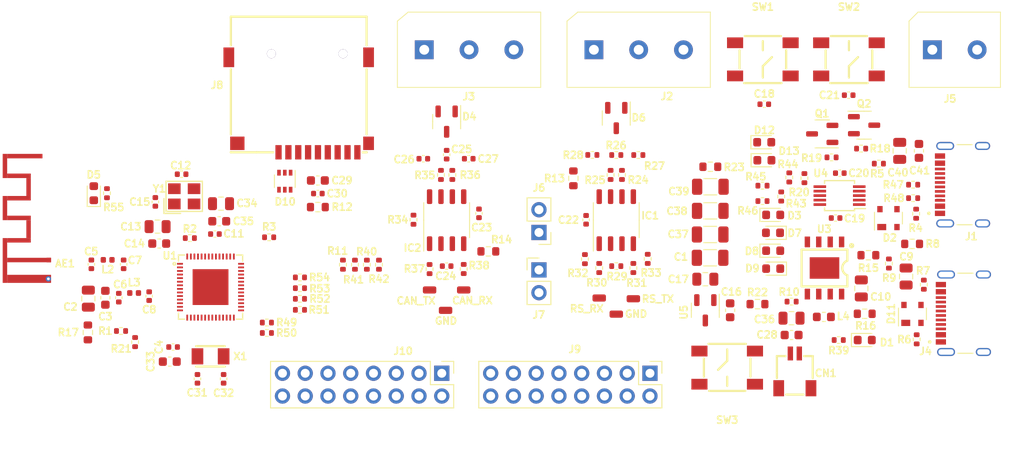
<source format=kicad_pcb>
(kicad_pcb (version 20221018) (generator pcbnew)
  (layers (0 "F.Cu" signal) (31 "B.Cu" signal) (34 "B.Paste" user) (35 "F.Paste" user) (36 "B.SilkS" user "B.Silkscreen") (37 "F.SilkS" user "F.Silkscreen") (38 "B.Mask" user) (39 "F.Mask" user) (44 "Edge.Cuts" user))
  (net 0 "")
  (net 1 "Net-(AE1-A)")
  (net 2 "Net-(C2-Pad1)")
  (net 3 "GND")
  (net 4 "/3V3")
  (net 5 "Net-(U1-LNA_IN)")
  (net 6 "Net-(C8-Pad1)")
  (net 7 "Net-(C9-Pad1)")
  (net 8 "Net-(U3-VIN)")
  (net 9 "Net-(U1-XTAL_N)")
  (net 10 "Net-(C15-Pad1)")
  (net 11 "Net-(U5-VIN)")
  (net 12 "Net-(U5-VOUT)")
  (net 13 "/RESET")
  (net 14 "/USB-TO-UART/V3")
  (net 15 "/5V")
  (net 16 "/BOOT")
  (net 17 "Net-(C25-Pad2)")
  (net 18 "/CAN_H")
  (net 19 "/CAN_L")
  (net 20 "/V_BAT")
  (net 21 "Net-(U1-XTAL_32K_P)")
  (net 22 "Net-(U1-XTAL_32K_N)")
  (net 25 "/D+")
  (net 26 "/D-")
  (net 27 "/INPUT POWER/LED3")
  (net 28 "/INPUT POWER/LED1")
  (net 29 "/RS-485_A")
  (net 30 "/RS-485_B")
  (net 31 "/INPUT POWER/LED2")
  (net 32 "/SD_CARD/SD_CS")
  (net 33 "/SD_MOSI")
  (net 34 "/SD_CLK")
  (net 35 "/SD_MISO")
  (net 36 "/OTG_D+")
  (net 37 "/OTG_D-")
  (net 38 "Net-(D12-A)")
  (net 39 "/BOOT_RXD")
  (net 40 "Net-(U4-RXD)")
  (net 41 "/BOOT_TXD")
  (net 42 "/RS-485/RS-485_RO")
  (net 43 "/R4_~{RE}_DE")
  (net 44 "/RS-485/RS-485_DI")
  (net 45 "/RS-485/A")
  (net 46 "/RS-485/B")
  (net 47 "Net-(IC1-VCC)")
  (net 48 "/CAN TRANSCEIVER/TXD")
  (net 49 "Net-(IC2-VCC)")
  (net 50 "/CAN TRANSCEIVER/RXD")
  (net 51 "Net-(IC2-STBY)")
  (net 52 "/INPUT POWER/CC1")
  (net 54 "/INPUT POWER/CC2")
  (net 55 "unconnected-(J1-SBU2-PadB8)")
  (net 57 "/EXTERNAL CONNECTORS/CC1")
  (net 60 "/EXTERNAL CONNECTORS/CC2")
  (net 62 "/485_TX")
  (net 63 "/RS-485_TX")
  (net 64 "/485_RX")
  (net 65 "/RS-485_RX")
  (net 67 "/SD_~{CS}")
  (net 68 "/SD_CARD/VDD")
  (net 71 "/GPIO14")
  (net 72 "/GPIO9")
  (net 73 "/GPIO6")
  (net 74 "/GPIO5")
  (net 75 "/GPIO4")
  (net 76 "/GPIO3")
  (net 77 "/GPIO2")
  (net 78 "/GPIO1")
  (net 79 "/CAN_TXD")
  (net 80 "/CAN_RXD")
  (net 81 "/GPIO41")
  (net 82 "/GPIO40")
  (net 83 "/GPIO39")
  (net 84 "/GPIO38")
  (net 85 "/GPIO37")
  (net 86 "/GPIO36")
  (net 87 "/GPIO35")
  (net 88 "/GPIO34")
  (net 89 "/GPIO33")
  (net 90 "/GPIO21")
  (net 91 "/GPIO18")
  (net 92 "/GPIO17")
  (net 93 "/GPIO16")
  (net 94 "/GPIO15")
  (net 95 "Net-(U3-SW)")
  (net 96 "/USB-TO-UART/RTS")
  (net 97 "Net-(Q1-G)")
  (net 98 "/USB-TO-UART/DTR")
  (net 99 "Net-(Q2-G)")
  (net 100 "Net-(U1-XTAL_P)")
  (net 101 "Net-(U1-U0TXD)")
  (net 102 "Net-(U3-BAT)")
  (net 103 "Net-(U3-VOUT)")
  (net 104 "Net-(D1-K)")
  (net 105 "Net-(U3-KEY)")
  (net 117 "/INPUT POWER/VIN")
  (net 118 "Net-(D13-A)")
  (net 119 "Net-(J1-D+-PadA6)")
  (net 120 "Net-(J1-D--PadA7)")
  (net 121 "Net-(U4-TXD)")
  (net 122 "/ESP32-S3-MCU/D+")
  (net 123 "/ESP32-S3-MCU/D-")
  (net 124 "Net-(U1-GPIO10)")
  (net 125 "Net-(U1-GPIO11)")
  (net 126 "Net-(U1-GPIO12)")
  (net 127 "Net-(U1-GPIO13)")
  (net 128 "Net-(D5-A)")
  (footprint "ESP32-S3_Dev_Board:R_0402_1005Metric" (layer "F.Cu") (at 123.19 114.46 180)
    (fp_text reference "R2")
    (fp_text value "270")
  )
  (footprint "ESP32-S3_Dev_Board:R_0402_1005Metric" (layer "F.Cu") (at 198.12 104.47 180)
    (fp_text reference "R18")
    (fp_text value "10k")
  )
  (footprint "ESP32-S3_Dev_Board:R_0402_1005Metric" (layer "F.Cu") (at 189.2 109.82 -90)
    (fp_text reference "R43")
    (fp_text value "500")
  )
  (footprint "ESP32-S3_Dev_Board:C_0402_1005Metric" (layer "F.Cu") (at 125.99 114.01)
    (fp_text reference "C11")
    (fp_text value "100nF")
  )
  (footprint "ESP32-S3_Dev_Board:SOT-363_SC-70-6" (layer "F.Cu") (at 133.79 108.11 -90)
    (fp_text reference "D10")
    (fp_text value "PESD3V3L5UY,115")
  )
  (footprint "ESP32-S3_Dev_Board:R_0603_1608Metric" (layer "F.Cu") (at 156.51 115.945 180)
    (fp_text reference "R14")
    (fp_text value "0E")
  )
  (footprint "ESP32-S3_Dev_Board:LED_0603_1608Metric" (layer "F.Cu") (at 188.3025 115.87)
    (fp_text reference "D8")
    (fp_text value "GREEN")
  )
  (footprint "ESP32-S3_Dev_Board:C_0805_2012Metric" (layer "F.Cu") (at 203.14 118.75 -90)
    (fp_text reference "C9")
    (fp_text value "10uF")
  )
  (footprint "ESP32-S3_Dev_Board:R_0402_1005Metric" (layer "F.Cu") (at 115.51 124.83)
    (fp_text reference "R1")
    (fp_text value "10k")
  )
  (footprint "ESP32-S3_Dev_Board:KEY-SMD_4P-L5.2-W5.2-P3.70-LS6.4" (layer "F.Cu") (at 187.15 94.51)
    (fp_text reference "SW1")
    (fp_text value "RESET")
  )
  (footprint "ESP32-S3_Dev_Board:CRYSTAL-SMD_4P-L3.2-W2.5-BL" (layer "F.Cu") (at 122.56 109.8)
    (fp_text reference "Y1")
    (fp_text value "40MHz")
  )
  (footprint "ESP32-S3_Dev_Board:C_0402_1005Metric" (layer "F.Cu") (at 126.96 130.17 -90)
    (fp_text reference "C32")
    (fp_text value "15pF")
  )
  (footprint "ESP32-S3_Dev_Board:KEY-SMD_4P-L5.2-W5.2-P3.70-LS6.4" (layer "F.Cu") (at 183.17 128.92 180)
    (fp_text reference "SW3")
    (fp_text value "ON/OFF")
  )
  (footprint "ESP32-S3_Dev_Board:LED_0603_1608Metric" (layer "F.Cu") (at 188.3025 111.87)
    (fp_text reference "D3")
    (fp_text value "GREEN")
  )
  (footprint "ESP32-S3_Dev_Board:LED_0603_1608Metric" (layer "F.Cu") (at 187.3225 105.77)
    (fp_text reference "D13")
    (fp_text value "GREEN")
  )
  (footprint "ESP32-S3_Dev_Board:SOT-143" (layer "F.Cu") (at 203.85 122.925 90)
    (fp_text reference "D11")
    (fp_text value "PRTR5V0U2X")
  )
  (footprint "ESP32-S3_Dev_Board:C_0805_2012Metric" (layer "F.Cu") (at 126.67 110.62)
    (fp_text reference "C34")
    (fp_text value "10uF")
  )
  (footprint "ESP32-S3_Dev_Board:2P_Screw_Terminal" (layer "F.Cu") (at 208.57 93.44)
    (fp_text reference "J5")
    (fp_text value "EXT_LOAD")
  )
  (footprint "ESP32-S3_Dev_Board:R_0402_1005Metric" (layer "F.Cu") (at 203.925 110 180)
    (fp_text reference "R48")
    (fp_text value "10E")
  )
  (footprint "ESP32-S3_Dev_Board:R_0402_1005Metric" (layer "F.Cu") (at 203.925 108.5 180)
    (fp_text reference "R47")
    (fp_text value "10E")
  )
  (footprint "ESP32-S3_Dev_Board:R_0402_1005Metric" (layer "F.Cu") (at 204.32 125.76 -90)
    (fp_text reference "R6")
    (fp_text value "5k1")
  )
  (footprint "ESP32-S3_Dev_Board:R_0402_1005Metric" (layer "F.Cu") (at 172.695 117.8 90)
    (fp_text reference "R31")
    (fp_text value "10E")
  )
  (footprint "ESP32-S3_Dev_Board:R_0402_1005Metric" (layer "F.Cu") (at 190.36 121.55 180)
    (fp_text reference "R10")
    (fp_text value "0.5E")
  )
  (footprint "ESP32-S3_Dev_Board:C_0402_1005Metric" (layer "F.Cu") (at 124.04 130.17 -90)
    (fp_text reference "C31")
    (fp_text value "15pF")
  )
  (footprint "ESP32-S3_Dev_Board:C_1206_3216Metric" (layer "F.Cu") (at 181.29 108.73)
    (fp_text reference "C39")
    (fp_text value "22uF")
  )
  (footprint "ESP32-S3_Dev_Board:R_0402_1005Metric" (layer "F.Cu") (at 135.48 118.85 180)
    (fp_text reference "R54")
    (fp_text value "10E")
  )
  (footprint "ESP32-S3_Dev_Board:C_0603_1608Metric" (layer "F.Cu") (at 119.77 115.07 180)
    (fp_text reference "C14")
    (fp_text value "1uF")
  )
  (footprint "ESP32-S3_Dev_Board:C_0805_2012Metric" (layer "F.Cu") (at 111.86 121.22 -90)
    (fp_text reference "C2")
    (fp_text value "10uF")
  )
  (footprint "ESP32-S3_Dev_Board:R_0402_1005Metric" (layer "F.Cu") (at 117.08 126.07 90)
    (fp_text reference "R21")
    (fp_text value "10k")
  )
  (footprint "ESP32-S3_Dev_Board:C_0603_1608Metric" (layer "F.Cu") (at 183.5 122.52 90)
    (fp_text reference "C16")
    (fp_text value "1uF")
  )
  (footprint "ESP32-S3_Dev_Board:C_0402_1005Metric" (layer "F.Cu") (at 151.855 105.15 -90)
    (fp_text reference "C25")
    (fp_text value "10nF")
  )
  (footprint "ESP32-S3_Dev_Board:C_0402_1005Metric" (layer "F.Cu") (at 151.855 117.59)
    (fp_text reference "C24")
    (fp_text value "100nF")
  )
  (footprint "ESP32-S3_Dev_Board:R_0402_1005Metric" (layer "F.Cu") (at 132.04 114.37)
    (fp_text reference "R3")
    (fp_text value "500")
  )
  (footprint "ESP32-S3_Dev_Board:R_0402_1005Metric" (layer "F.Cu") (at 142.95 117.43 90)
    (fp_text reference "R40")
    (fp_text value "10k")
  )
  (footprint "ESP32-S3_Dev_Board:ESOP-8_L4.9-W3.9-P1.27-LS6.0-BL-EP" (layer "F.Cu") (at 194.03 117.8 180)
    (fp_text reference "U3")
    (fp_text value "IP5306")
  )
  (footprint "ESP32-S3_Dev_Board:C_0603_1608Metric" (layer "F.Cu") (at 137.48 108.03)
    (fp_text reference "C29")
    (fp_text value "1uF")
  )
  (footprint "ESP32-S3_Dev_Board:R_0402_1005Metric" (layer "F.Cu") (at 201.22 117.3 -90)
    (fp_text reference "R9")
    (fp_text value "2E")
  )
  (footprint "ESP32-S3_Dev_Board:R_0402_1005Metric" (layer "F.Cu") (at 173.25 105.19)
    (fp_text reference "R27")
    (fp_text value "10k")
  )
  (footprint "ESP32-S3_Dev_Board:R_0402_1005Metric" (layer "F.Cu") (at 153.76 117.91 -90)
    (fp_text reference "R38")
    (fp_text value "10E")
  )
  (footprint "ESP32-S3_Dev_Board:R_0402_1005Metric" (layer "F.Cu") (at 205.12 119.66 90)
    (fp_text reference "R7")
    (fp_text value "5k1")
  )
  (footprint "ESP32-S3_Dev_Board:R_0402_1005Metric" (layer "F.Cu") (at 140.28 117.43 90)
    (fp_text reference "R11")
    (fp_text value "10k")
  )
  (footprint "ESP32-S3_Dev_Board:R_0402_1005Metric" (layer "F.Cu") (at 195.62 125.84 180)
    (fp_text reference "R39")
    (fp_text value "500")
  )
  (footprint "ESP32-S3_Dev_Board:R_0402_1005Metric" (layer "F.Cu") (at 131.79 125.05 180)
    (fp_text reference "R50")
    (fp_text value "10E")
  )
  (footprint "ESP32-S3_Dev_Board:C_0402_1005Metric" (layer "F.Cu") (at 112.2 117.39 -90)
    (fp_text reference "C5")
    (fp_text value "3.3pF")
  )
  (footprint "ESP32-S3_Dev_Board:R_0603_1608Metric" (layer "F.Cu") (at 198.93 116.37 180)
    (fp_text reference "R15")
    (fp_text value "0E")
  )
  (footprint "ESP32-S3_Dev_Board:C_0402_1005Metric" (layer "F.Cu") (at 115.8 117.39 -90)
    (fp_text reference "C7")
    (fp_text value "3.3pF")
  )
  (footprint "ESP32-S3_Dev_Board:R_0402_1005Metric" (layer "F.Cu") (at 171.425 107.41 90)
    (fp_text reference "R24")
    (fp_text value "10E")
  )
  (footprint "ESP32-S3_Dev_Board:R_0402_1005Metric" (layer "F.Cu") (at 200.1 106.15 180)
    (fp_text reference "R5")
    (fp_text value "5k1")
  )
  (footprint "ESP32-S3_Dev_Board:PinHeader_2x08_P2.54mm_Vertical" (layer "F.Cu") (at 174.55 129.55 -90)
    (fp_text reference "J9")
    (fp_text value "Conn_01x16_Socket")
  )
  (footprint "ESP32-S3_Dev_Board:Test_Pad_1.5mm" (layer "F.Cu") (at 153.76 120.25)
    (fp_text reference "TP4" hide)
    (fp_text value "CAN_RX")
  )
  (footprint "ESP32-S3_Dev_Board:C_0402_1005Metric" (layer "F.Cu") (at 195.74 107.21 180)
    (fp_text reference "C20")
    (fp_text value "100nF")
  )
  (footprint "ESP32-S3_Dev_Board:C_0402_1005Metric" (layer "F.Cu") (at 167.42 112.42 -90)
    (fp_text reference "C22")
    (fp_text value "100nF")
  )
  (footprint "ESP32-S3_Dev_Board:C_1206_3216Metric" (layer "F.Cu") (at 181.27 114.06)
    (fp_text reference "C37")
    (fp_text value "22uF")
  )
  (footprint "ESP32-S3_Dev_Board:R_0402_1005Metric" (layer "F.Cu") (at 204.26 111.74 -90)
    (fp_text reference "R4")
    (fp_text value "5k1")
  )
  (footprint "ESP32-S3_Dev_Board:Test_Pad_1.5mm" (layer "F.Cu") (at 170.79 122.95)
    (fp_text reference "TP5" hide)
    (fp_text value "GND")
  )
  (footprint "ESP32-S3_Dev_Board:R_0402_1005Metric" (layer "F.Cu") (at 135.48 122.47 180)
    (fp_text reference "R51")
    (fp_text value "10E")
  )
  (footprint "ESP32-S3_Dev_Board:C_0805_2012Metric" (layer "F.Cu") (at 202.424998 104.725 90)
    (fp_text reference "C40")
    (fp_text value "10uF")
  )
  (footprint "ESP32-S3_Dev_Board:R_0402_1005Metric" (layer "F.Cu") (at 170.79 117.59 180)
    (fp_text reference "R29")
    (fp_text value "10k")
  )
  (footprint "ESP32-S3_Dev_Board:R_0402_1005Metric" (layer "F.Cu") (at 191.79 107.77 -90)
    (fp_text reference "R20")
    (fp_text value "5k1")
  )
  (footprint "ESP32-S3_Dev_Board:R_0402_1005Metric" (layer "F.Cu") (at 141.62 117.43 90)
    (fp_text reference "R41")
    (fp_text value "10k")
  )
  (footprint "ESP32-S3_Dev_Board:R_0402_1005Metric" (layer "F.Cu") (at 168.12 105.18)
    (fp_text reference "R28")
    (fp_text value "10k")
  )
  (footprint "ESP32-S3_Dev_Board:tyye_c_connector" (layer "F.Cu") (at 211.675 108.5 90)
    (fp_text reference "J1")
    (fp_text value "TYPE-C-31-M12_13")
  )
  (footprint "ESP32-S3_Dev_Board:R_0402_1005Metric" (layer "F.Cu") (at 151.22 107.41 -90)
    (fp_text reference "R35")
    (fp_text value "59")
  )
  (footprint "ESP32-S3_Dev_Board:C_0402_1005Metric" (layer "F.Cu") (at 118.65 120.94 -90)
    (fp_text reference "C8")
    (fp_text value "100nF")
  )
  (footprint "ESP32-S3_Dev_Board:R_0402_1005Metric" (layer "F.Cu") (at 149.95 117.92 -90)
    (fp_text reference "R37")
    (fp_text value "10E")
  )
  (footprint "ESP32-S3_Dev_Board:C_0603_1608Metric" (layer "F.Cu") (at 204.574998 104.725 90)
    (fp_text reference "C41")
    (fp_text value "1uF")
  )
  (footprint "ESP32-S3_Dev_Board:LED_0603_1608Metric" (layer "F.Cu") (at 188.3025 117.87 180)
    (fp_text reference "D9")
    (fp_text value "GREEN")
  )
  (footprint "ESP32-S3_Dev_Board:L_0402_1005Metric" (layer "F.Cu") (at 114.015 116.89)
    (fp_text reference "L2")
    (fp_text value "2.2nH")
  )
  (footprint "ESP32-S3_Dev_Board:R_0402_1005Metric" (layer "F.Cu") (at 170.155 107.41 90)
    (fp_text reference "R25")
    (fp_text value "10E")
  )
  (footprint "ESP32-S3_Dev_Board:R_0402_1005Metric" (layer "F.Cu") (at 113.94 109.45 -90)
    (fp_text reference "R55")
    (fp_text value "500")
  )
  (footprint "ESP32-S3_Dev_Board:PinHeader_2x08_P2.54mm_Vertical" (layer "F.Cu") (at 151.31 129.55 -90)
    (fp_text reference "J10")
    (fp_text value "Conn_01x16_Socket")
  )
  (footprint "ESP32-S3_Dev_Board:R_0603_1608Metric" (layer "F.Cu") (at 186.55 121.83 180)
    (fp_text reference "R22")
    (fp_text value "0E")
  )
  (footprint "ESP32-S3_Dev_Board:MSOP-10_3x3mm_P0.5mm" (layer "F.Cu") (at 195.71 109.72 180)
    (fp_text reference "U4")
    (fp_text value "CH340X")
  )
  (footprint "ESP32-S3_Dev_Board:C_1206_3216Metric" (layer "F.Cu") (at 181.26 116.66)
    (fp_text reference "C1")
    (fp_text value "22uF")
  )
  (footprint "ESP32-S3_Dev_Board:SOT-23-3" (layer "F.Cu") (at 193.78 102.83 180)
    (fp_text reference "Q1")
    (fp_text value "NMOS")
  )
  (footprint "ESP32-S3_Dev_Board:R_0402_1005Metric" (layer "F.Cu") (at 144.3 117.43 90)
    (fp_text reference "R42")
    (fp_text value "10k")
  )
  (footprint "ESP32-S3_Dev_Board:R_0603_1608Metric" (layer "F.Cu") (at 166 107.79 90)
    (fp_text reference "R13")
    (fp_text value "0E")
  )
  (footprint "ESP32-S3_Dev_Board:R_0603_1608Metric" (layer "F.Cu") (at 181.29 106.5)
    (fp_text reference "R23")
    (fp_text value "0E")
  )
  (footprint "ESP32-S3_Dev_Board:3P_Screw_Terminal" (layer "F.Cu") (at 173.29 93.44)
    (fp_text reference "J2")
    (fp_text value "A - B")
  )
  (footprint "ESP32-S3_Dev_Board:R_0402_1005Metric" (layer "F.Cu") (at 187.11 108.61 180)
    (fp_text reference "R45")
    (fp_text value "10E")
  )
  (footprint "ESP32-S3_Dev_Board:C_0603_1608Metric" (layer "F.Cu") (at 126.47 112.58)
    (fp_text reference "C35")
    (fp_text value "1uF")
  )
  (footprint "ESP32-S3_Dev_Board:C_0603_1608Metric" (layer "F.Cu") (at 190.36 125.28 180)
    (fp_text reference "C28")
    (fp_text value "22uF")
  )
  (footprint "ESP32-S3_Dev_Board:L_0402_1005Metric" (layer "F.Cu") (at 116.97 120.59)
    (fp_text reference "L3")
    (fp_text value "2.2nH")
  )
  (footprint "ESP32-S3_Dev_Board:C_0805_2012Metric" (layer "F.Cu") (at 198.14 120.08 -90)
    (fp_text reference "C10")
    (fp_text value "10uF")
  )
  (footprint "ESP32-S3_Dev_Board:R_0402_1005Metric" (layer "F.Cu") (at 187.11 110.33 180)
    (fp_text reference "R46")
    (fp_text value "10E")
  )
  (footprint "ESP32-S3_Dev_Board:Test_Pad_1.5mm" (layer "F.Cu") (at 149.95 120.25)
    (fp_text reference "TP3" hide)
    (fp_text value "CAN_TX")
  )
  (footprint "ESP32-S3_Dev_Board:C_1206_3216Metric" (layer "F.Cu") (at 181.28 111.42)
    (fp_text reference "C38")
    (fp_text value "22uF")
  )
  (footprint "ESP32-S3_Dev_Board:C_0805_2012Metric" (layer "F.Cu") (at 190.35 123.4 180)
    (fp_text reference "C36")
    (fp_text value "10uF")
  )
  (footprint "ESP32-S3_Dev_Board:C_0402_1005Metric" (layer "F.Cu") (at 122.27 107.33 180)
    (fp_text reference "C12")
    (fp_text value "15pF")
  )
  (footprint "ESP32-S3_Dev_Board:C_0402_1005Metric" (layer "F.Cu") (at 137.48 109.49)
    (fp_text reference "C30")
    (fp_text value "100nF")
  )
  (footprint "ESP32-S3_Dev_Board:C_0402_1005Metric" (layer "F.Cu") (at 195.27 112.22 180)
    (fp_text reference "C19")
    (fp_text value "100nF")
  )
  (footprint "ESP32-S3_Dev_Board:PinHeader_1x02_P2.54mm_Vertical" (layer "F.Cu") (at 162.16 113.835 180)
    (fp_text reference "J6")
    (fp_text value "R4_TX")
  )
  (footprint "ESP32-S3_Dev_Board:C_0402_1005Metric" (layer "F.Cu") (at 196.73 98.51)
    (fp_text reference "C21")
    (fp_text value "100nF")
  )
  (footprint "ESP32-S3_Dev_Board:L_0603_1608Metric" (layer "F.Cu") (at 193.96 123.26 180)
    (fp_text reference "L4")
    (fp_text value "1uH")
  )
  (footprint "ESP32-S3_Dev_Board:Test_Pad_1.5mm" (layer "F.Cu") (at 172.695 121.23)
    (fp_text reference "TP2" hide)
    (fp_text value "RS_TX")
  )
  (footprint "ESP32-S3_Dev_Board:SOT-23-3" (layer "F.Cu") (at 170.79 101.06 -90)
    (fp_text reference "D6")
    (fp_text value "SM712_C293966")
  )
  (footprint "ESP32-S3_Dev_Board:C_0402_1005Metric" (layer "F.Cu") (at 115.26 121.11 -90)
    (fp_text reference "C6")
    (fp_text value "100nF")
  )
  (footprint "ESP32-S3_Dev_Board:LED_0603_1608Metric" (layer "F.Cu") (at 198.5225 125.84)
    (fp_text reference "D1")
    (fp_text value "BLUE")
  )
  (footprint "ESP32-S3_Dev_Board:LED_0603_1608Metric" (layer "F.Cu") (at 187.3025 103.76)
    (fp_text reference "D12")
    (fp_text value "GREEN")
  )
  (footprint "ESP32-S3_Dev_Board:R_0402_1005Metric" (layer "F.Cu") (at 148.155 112.41 -90)
    (fp_text reference "R34")
    (fp_text value "5k1")
  )
  (footprint "ESP32-S3_Dev_Board:R_0402_1005Metric" (layer "F.Cu") (at 194.82 105.45)
    (fp_text reference "R19")
    (fp_text value "10k")
  )
  (footprint "ESP32-S3_Dev_Board:C_0603_1608Metric" (layer "F.Cu") (at 113.76 121.12 -90)
    (fp_text reference "C3")
    (fp_text value "1uF")
  )
  (footprint "ESP32-S3_Dev_Board:3P_Screw_Terminal" (layer "F.Cu") (at 154.355 93.44)
    (fp_text reference "J3")
    (fp_text value "H - L")
  )
  (footprint "ESP32-S3_Dev_Board:SOT-143" (layer "F.Cu") (at 201.17 112.23 90)
    (fp_text reference "D2")
    (fp_text value "PRTR5V0U2X")
  )
  (footprint "ESP32-S3_Dev_Board:C_0603_1608Metric" (layer "F.Cu") (at 120.95 128.25 180)
    (fp_text reference "C33")
    (fp_text value "1uF")
  )
  (footprint "ESP32-S3_Dev_Board:C_0402_1005Metric" (layer "F.Cu") (at 119.34 110.42 90)
    (fp_text reference "C15")
    (fp_text value "15pF")
  )
  (footprint "ESP32-S3_Dev_Board:LED_0603_1608Metric" (layer "F.Cu") (at 188.2825 113.87 180)
    (fp_text reference "D7")
    (fp_text value "GREEN")
  )
  (footprint "ESP32-S3_Dev_Board:SOT-23-3" (layer "F.Cu") (at 151.855 101.46 -90)
    (fp_text reference "D4")
    (fp_text value "PESD2CAN")
  )
  (footprint "ESP32-S3_Dev_Board:PinHeader_1x02_P2.54mm_Vertical" (layer "F.Cu") (at 162.16 118.015)
    (fp_text reference "J7")
    (fp_text value "R4_RX")
  )
  (footprint "ESP32-S3_Dev_Board:TF-SMD_TF-012" (layer "F.Cu") (at 135.34 99.5825 180)
    (fp_text reference "J8")
    (fp_text value "Micro_SD_Card_Det1")
  )
  (footprint "ESP32-S3_Dev_Board:R_0603_1608Metric" (layer "F.Cu") (at 137.48 111 180)
    (fp_text reference "R12")
    (fp_text value "0E")
  )
  (footprint "ESP32-S3_Dev_Board:R_0603_1608Metric" (layer "F.Cu") (at 111.81 124.99 90)
    (fp_text reference "R17")
    (fp_text value "0E")
  )
  (footprint "ESP32-S3_Dev_Board:KEY-SMD_4P-L5.2-W5.2-P3.70-LS6.4" (layer "F.Cu") (at 196.76 94.51)
    (fp_text reference "SW2")
    (fp_text value "BOOT")
  )
  (footprint "ESP32-S3_Dev_Board:QFN-56_L7.0-W7.0-P0.40-TL-EP4.0" (layer "F.Cu") (at 125.5 119.93)
    (fp_text reference "U1")
    (fp_text value "ESP32-S3FH4R2")
  )
  (footprint "ESP32-S3_Dev_Board:SOT-23-3" (layer "F.Cu") (at 180.73 122.52 -90)
    (fp_text reference "U5")
    (fp_text value "AP2127N-3.3TRG1")
  )
  (footprint "ESP32-S3_Dev_Board:CONN-SMD_2P-P1.00_SM02B-SRSS-TB-LF-SN" (layer "F.Cu") (at 190.72 129.28)
    (fp_text reference "CN1")
    (fp_text value "JST_Battery")
  )
  (footprint "ESP32-S3_Dev_Board:R_0402_1005Metric" (layer "F.Cu") (at 152.49 107.41 90)
    (fp_text reference "R36")
    (fp_text value "59")
  )
  (footprint "ESP32-S3_Dev_Board:BLE_ANTENNA" (layer "F.Cu") (at 107.75 117.31 90)
    (fp_text reference "AE1")
    (fp_text value "Antenna" hide)
  )
  (footprint "ESP32-S3_Dev_Board:R_0402_1005Metric" (layer "F.Cu") (at 190.1 107.69 -90)
    (fp_text reference "R44")
    (fp_text value "500")
  )
  (footprint "ESP32-S3_Dev_Board:SOT-23-3" (layer "F.Cu") (at 198.45 101.86)
    (fp_text reference "Q2")
    (fp_text value "NMOS")
  )
  (footprint "ESP32-S3_Dev_Board:R_0402_1005Metric" (layer "F.Cu") (at 167.29 116.81 90)
    (fp_text reference "R32")
    (fp_text value "5k1")
  )
  (footprint "ESP32-S3_Dev_Board:tyye_c_connector" (layer "F.Cu") (at 211.7725 122.85 90)
    (fp_text reference "J4")
    (fp_text value "TYPE-C-31-M12_13")
  )
  (footprint "ESP32-S3_Dev_Board:R_0402_1005Metric" (layer "F.Cu") (at 174.3 116.78 90)
    (fp_text reference "R33")
    (fp_text value "5k1")
  )
  (footprint "ESP32-S3_Dev_Board:CRYSTAL-SMD_L3.2-W1.5" (layer "F.Cu") (at 125.5 127.66)
    (fp_text reference "X1")
    (fp_text value "32.768KHz")
  )
  (footprint "ESP32-S3_Dev_Board:Test_Pad_1.5mm" (layer "F.Cu") (at 151.735 122.525)
    (fp_text reference "TP6" hide)
    (fp_text value "GND")
  )
  (footprint "ESP32-S3_Dev_Board:R_0603_1608Metric" (layer "F.Cu") (at 198.52 122.91)
    (fp_text reference "R16")
    (fp_text value "0E")
  )
  (footprint "ESP32-S3_Dev_Board:C_0805_2012Metric" (layer "F.Cu") (at 119.59 113.18 180)
    (fp_text reference "C13")
    (fp_text value "10uF")
  )
  (footprint "ESP32-S3_Dev_Board:C_0402_1005Metric" (layer "F.Cu") (at 155.465 111.7 -90)
    (fp_text reference "C23")
    (fp_text value "100nF")
  )
  (footprint "ESP32-S3_Dev_Board:LED_0603_1608Metric" (layer "F.Cu") (at 112.47 109.45 90)
    (fp_text reference "D5")
    (fp_text value "GREEN")
  )
  (footprint "ESP32-S3_Dev_Board:SOP-8_3.9x4.9mm_P1.27mm" (layer "F.Cu") (at 170.79 112.46 90)
    (fp_text reference "IC1")
    (fp_text value "MAX485ESA+T")
  )
  (footprint "ESP32-S3_Dev_Board:R_0402_1005Metric" (layer "F.Cu") (at 135.48 120.05 180)
    (fp_text reference "R53")
    (fp_text value "10E")
  )
  (footprint "ESP32-S3_Dev_Board:R_0402_1005Metric" (layer "F.Cu") (at 135.48 121.24 180)
    (fp_text reference "R52")
    (fp_text value "10E")
  )
  (footprint "ESP32-S3_Dev_Board:C_0402_1005Metric" (layer "F.Cu") (at 121.32 126.62 180)
    (fp_text reference "C4")
    (fp_text value "100nF")
  )
  (footprint "ESP32-S3_Dev_Board:C_0402_1005Metric" (layer "F.Cu") (at 187.31 99.52)
    (fp_text reference "C18")
    (fp_text value "100nF")
  )
  (footprint "ESP32-S3_Dev_Board:R_0402_1005Metric" (layer "F.Cu") (at 168.885 117.8 90)
    (fp_text reference "R30")
    (fp_text value "10E")
  )
  (footprint "ESP32-S3_Dev_Board:Test_Pad_1.5mm" (layer "F.Cu") (at 168.885 121.15)
    (fp_text reference "TP1" hide)
    (fp_text value "RS_RX")
  )
  (footprint "ESP32-S3_Dev_Board:C_0805_2012Metric" (layer "F.Cu") (at 180.73 119.05)
    (fp_text reference "C17")
    (fp_text value "10uF")
  )
  (footprint "ESP32-S3_Dev_Board:C_0402_1005Metric" (layer "F.Cu") (at 149.25 105.6 180)
    (fp_text reference "C26")
    (fp_text value "10nF")
  )
  (footprint "ESP32-S3_Dev_Board:R_0402_1005Metric" (layer "F.Cu") (at 131.79 123.89)
    (fp_text reference "R49")
    (fp_text value "10E")
  )
  (footprint "ESP32-S3_Dev_Board:C_0402_1005Metric" (layer "F.Cu") (at 154.32 105.6 180)
    (fp_text reference "C27")
    (fp_text value "10nF")
  )
  (footprint "ESP32-S3_Dev_Board:R_0603_1608Metric" (layer "F.Cu") (at 203.81 115.11)
    (fp_text reference "R8")
    (fp_text value "0E")
  )
  (footprint "ESP32-S3_Dev_Board:SOP-8_3.9x4.9mm_P1.27mm" (layer "F.Cu") (at 151.855 112.46 90)
    (fp_text reference "IC2")
    (fp_text value "ATA6561-GAQW-N")
  )
  (footprint "ESP32-S3_Dev_Board:R_0402_1005Metric" (layer "F.Cu") (at 170.79 105.19)
    (fp_text reference "R26")
    (fp_text value "120E")
  )
  (segment (start 206.55 110.2) (end 207.1 110.2) (width 0.25) (layer "F.Cu") (net 55))
)
</source>
